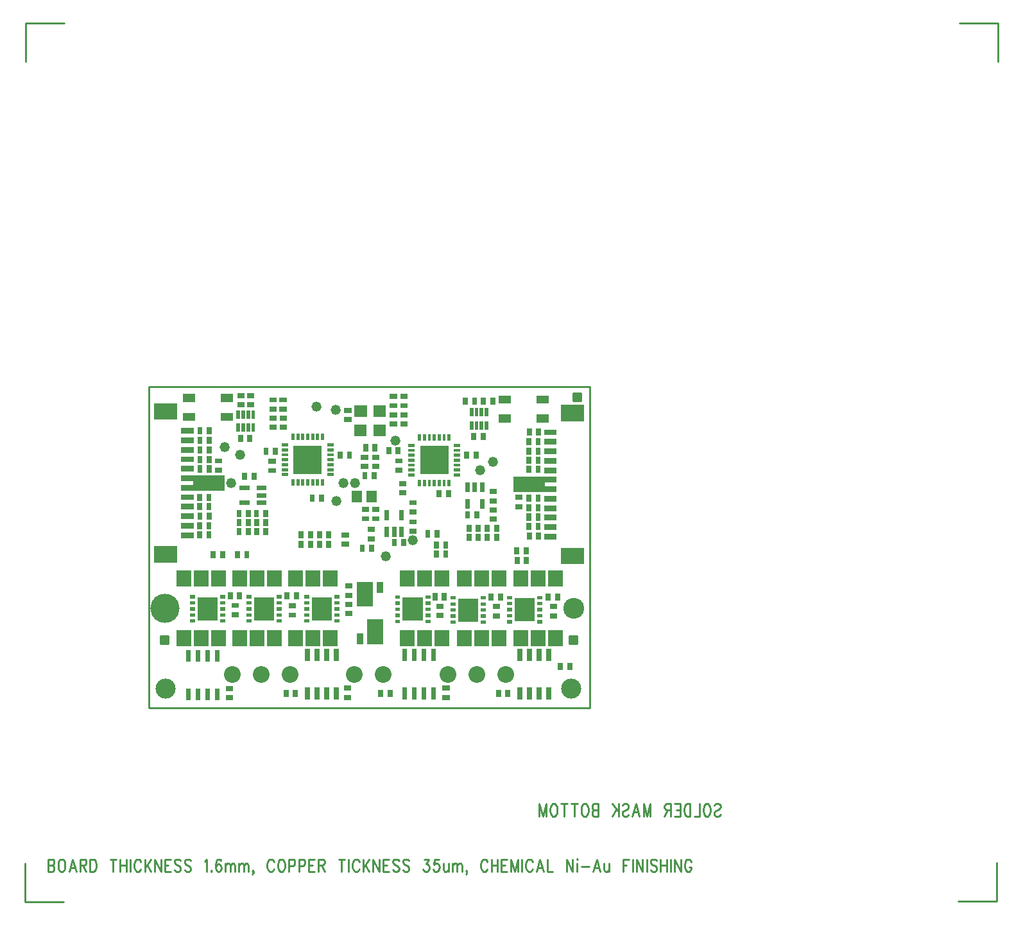
<source format=gbr>
*
*
G04 PADS Layout (Build Number 2007.21.1) generated Gerber (RS-274-X) file*
G04 PC Version=2.1*
*
%IN "2FOC-002.pcb"*%
*
%MOIN*%
*
%FSLAX35Y35*%
*
*
*
*
G04 PC Standard Apertures*
*
*
G04 Thermal Relief Aperture macro.*
%AMTER*
1,1,$1,0,0*
1,0,$1-$2,0,0*
21,0,$3,$4,0,0,45*
21,0,$3,$4,0,0,135*
%
*
*
G04 Annular Aperture macro.*
%AMANN*
1,1,$1,0,0*
1,0,$2,0,0*
%
*
*
G04 Odd Aperture macro.*
%AMODD*
1,1,$1,0,0*
1,0,$1-0.005,0,0*
%
*
*
G04 PC Custom Aperture Macros*
*
*
*
*
*
*
G04 PC Aperture Table*
*
%ADD010C,0.01*%
%ADD050R,0.026X0.026*%
%ADD060R,0.054X0.054*%
%ADD061R,0.077X0.077*%
%ADD062C,0.087*%
%ADD069R,0.078X0.078*%
%ADD070C,0.001*%
%ADD104R,0.02956X0.02956*%
%ADD105R,0.08468X0.08468*%
%ADD108R,0.01775X0.01775*%
%ADD109R,0.10436X0.10436*%
%ADD111R,0.08192X0.08192*%
%ADD112R,0.03192X0.03192*%
%ADD115R,0.02562X0.02562*%
%ADD116R,0.01578X0.01578*%
%ADD117R,0.14767X0.14767*%
%ADD118R,0.06106X0.06106*%
%ADD119R,0.019X0.019*%
%ADD120R,0.023X0.023*%
%ADD121C,0.052*%
%ADD127C,0.10436*%
%ADD128C,0.15161*%
%ADD129C,0.1083*%
%ADD130R,0.04137X0.04137*%
%ADD133C,0.042*%
*
*
*
*
G04 PC Circuitry*
G04 Layer Name 2FOC-002.pcb - circuitry*
%LPD*%
*
*
G04 PC Custom Flashes*
G04 Layer Name 2FOC-002.pcb - flashes*
%LPD*%
*
*
G04 PC Circuitry*
G04 Layer Name 2FOC-002.pcb - circuitry*
%LPD*%
*
G54D10*
G01X2105283Y1421924D02*
X2105737Y1422549D01*
X2106419Y1422862*
X2107328*
X2108010Y1422549*
X2108465Y1421924*
Y1421299*
X2108237Y1420674*
X2108010Y1420362*
X2107555Y1420049*
X2106192Y1419424*
X2105737Y1419112*
X2105510Y1418799*
X2105283Y1418174*
Y1417237*
X2105737Y1416612*
X2106419Y1416299*
X2107328*
X2108010Y1416612*
X2108465Y1417237*
X2101874Y1422862D02*
X2102328Y1422549D01*
X2102783Y1421924*
X2103010Y1421299*
X2103237Y1420362*
Y1418799*
X2103010Y1417862*
X2102783Y1417237*
X2102328Y1416612*
X2101874Y1416299*
X2100965*
X2100510Y1416612*
X2100055Y1417237*
X2099828Y1417862*
X2099601Y1418799*
Y1420362*
X2099828Y1421299*
X2100055Y1421924*
X2100510Y1422549*
X2100965Y1422862*
X2101874*
X2097555D02*
Y1416299D01*
X2094828*
X2092783Y1422862D02*
Y1416299D01*
Y1422862D02*
X2091192D01*
X2090510Y1422549*
X2090055Y1421924*
X2089828Y1421299*
X2089601Y1420362*
Y1418799*
X2089828Y1417862*
X2090055Y1417237*
X2090510Y1416612*
X2091192Y1416299*
X2092783*
X2087555Y1422862D02*
Y1416299D01*
Y1422862D02*
X2084601D01*
X2087555Y1419737D02*
X2085737D01*
X2087555Y1416299D02*
X2084601D01*
X2082555Y1422862D02*
Y1416299D01*
Y1422862D02*
X2080510D01*
X2079828Y1422549*
X2079601Y1422237*
X2079374Y1421612*
Y1420987*
X2079601Y1420362*
X2079828Y1420049*
X2080510Y1419737*
X2082555*
X2080965D02*
X2079374Y1416299D01*
X2072101Y1422862D02*
Y1416299D01*
Y1422862D02*
X2070283Y1416299D01*
X2068465Y1422862D02*
X2070283Y1416299D01*
X2068465Y1422862D02*
Y1416299D01*
X2064601Y1422862D02*
X2066419Y1416299D01*
X2064601Y1422862D02*
X2062783Y1416299D01*
X2065737Y1418487D02*
X2063465D01*
X2057555Y1421924D02*
X2058010Y1422549D01*
X2058692Y1422862*
X2059601*
X2060283Y1422549*
X2060737Y1421924*
Y1421299*
X2060510Y1420674*
X2060283Y1420362*
X2059828Y1420049*
X2058465Y1419424*
X2058010Y1419112*
X2057783Y1418799*
X2057555Y1418174*
Y1417237*
X2058010Y1416612*
X2058692Y1416299*
X2059601*
X2060283Y1416612*
X2060737Y1417237*
X2055510Y1422862D02*
Y1416299D01*
X2052328Y1422862D02*
X2055510Y1418487D01*
X2054374Y1420049D02*
X2052328Y1416299D01*
X2045055Y1422862D02*
Y1416299D01*
Y1422862D02*
X2043010D01*
X2042328Y1422549*
X2042101Y1422237*
X2041874Y1421612*
Y1420987*
X2042101Y1420362*
X2042328Y1420049*
X2043010Y1419737*
X2045055D02*
X2043010D01*
X2042328Y1419424*
X2042101Y1419112*
X2041874Y1418487*
Y1417549*
X2042101Y1416924*
X2042328Y1416612*
X2043010Y1416299*
X2045055*
X2038465Y1422862D02*
X2038919Y1422549D01*
X2039374Y1421924*
X2039601Y1421299*
X2039828Y1420362*
Y1418799*
X2039601Y1417862*
X2039374Y1417237*
X2038919Y1416612*
X2038465Y1416299*
X2037555*
X2037101Y1416612*
X2036646Y1417237*
X2036419Y1417862*
X2036192Y1418799*
Y1420362*
X2036419Y1421299*
X2036646Y1421924*
X2037101Y1422549*
X2037555Y1422862*
X2038465*
X2032555D02*
Y1416299D01*
X2034146Y1422862D02*
X2030965D01*
X2027328D02*
Y1416299D01*
X2028919Y1422862D02*
X2025737D01*
X2022328D02*
X2022783Y1422549D01*
X2023237Y1421924*
X2023465Y1421299*
X2023692Y1420362*
Y1418799*
X2023465Y1417862*
X2023237Y1417237*
X2022783Y1416612*
X2022328Y1416299*
X2021419*
X2020965Y1416612*
X2020510Y1417237*
X2020283Y1417862*
X2020055Y1418799*
Y1420362*
X2020283Y1421299*
X2020510Y1421924*
X2020965Y1422549*
X2021419Y1422862*
X2022328*
X2018010D02*
Y1416299D01*
Y1422862D02*
X2016192Y1416299D01*
X2014374Y1422862D02*
X2016192Y1416299D01*
X2014374Y1422862D02*
Y1416299D01*
X1759252Y1394122D02*
Y1387559D01*
Y1394122D02*
X1761297D01*
X1761979Y1393809*
X1762207Y1393497*
X1762434Y1392872*
Y1392247*
X1762207Y1391622*
X1761979Y1391309*
X1761297Y1390997*
X1759252D02*
X1761297D01*
X1761979Y1390684*
X1762207Y1390372*
X1762434Y1389747*
Y1388809*
X1762207Y1388184*
X1761979Y1387872*
X1761297Y1387559*
X1759252*
X1765843Y1394122D02*
X1765388Y1393809D01*
X1764934Y1393184*
X1764707Y1392559*
X1764479Y1391622*
Y1390059*
X1764707Y1389122*
X1764934Y1388497*
X1765388Y1387872*
X1765843Y1387559*
X1766752*
X1767207Y1387872*
X1767661Y1388497*
X1767888Y1389122*
X1768116Y1390059*
Y1391622*
X1767888Y1392559*
X1767661Y1393184*
X1767207Y1393809*
X1766752Y1394122*
X1765843*
X1771979D02*
X1770161Y1387559D01*
X1771979Y1394122D02*
X1773797Y1387559D01*
X1770843Y1389747D02*
X1773116D01*
X1775843Y1394122D02*
Y1387559D01*
Y1394122D02*
X1777888D01*
X1778570Y1393809*
X1778797Y1393497*
X1779025Y1392872*
Y1392247*
X1778797Y1391622*
X1778570Y1391309*
X1777888Y1390997*
X1775843*
X1777434D02*
X1779025Y1387559D01*
X1781070Y1394122D02*
Y1387559D01*
Y1394122D02*
X1782661D01*
X1783343Y1393809*
X1783797Y1393184*
X1784025Y1392559*
X1784252Y1391622*
Y1390059*
X1784025Y1389122*
X1783797Y1388497*
X1783343Y1387872*
X1782661Y1387559*
X1781070*
X1793116Y1394122D02*
Y1387559D01*
X1791525Y1394122D02*
X1794707D01*
X1796752D02*
Y1387559D01*
X1799934Y1394122D02*
Y1387559D01*
X1796752Y1390997D02*
X1799934D01*
X1801979Y1394122D02*
Y1387559D01*
X1807434Y1392559D02*
X1807207Y1393184D01*
X1806752Y1393809*
X1806297Y1394122*
X1805388*
X1804934Y1393809*
X1804479Y1393184*
X1804252Y1392559*
X1804025Y1391622*
Y1390059*
X1804252Y1389122*
X1804479Y1388497*
X1804934Y1387872*
X1805388Y1387559*
X1806297*
X1806752Y1387872*
X1807207Y1388497*
X1807434Y1389122*
X1809479Y1394122D02*
Y1387559D01*
X1812661Y1394122D02*
X1809479Y1389747D01*
X1810616Y1391309D02*
X1812661Y1387559D01*
X1814707Y1394122D02*
Y1387559D01*
Y1394122D02*
X1817888Y1387559D01*
Y1394122D02*
Y1387559D01*
X1819934Y1394122D02*
Y1387559D01*
Y1394122D02*
X1822888D01*
X1819934Y1390997D02*
X1821752D01*
X1819934Y1387559D02*
X1822888D01*
X1828116Y1393184D02*
X1827661Y1393809D01*
X1826979Y1394122*
X1826070*
X1825388Y1393809*
X1824934Y1393184*
Y1392559*
X1825161Y1391934*
X1825388Y1391622*
X1825843Y1391309*
X1827207Y1390684*
X1827661Y1390372*
X1827888Y1390059*
X1828116Y1389434*
Y1388497*
X1827661Y1387872*
X1826979Y1387559*
X1826070*
X1825388Y1387872*
X1824934Y1388497*
X1833343Y1393184D02*
X1832888Y1393809D01*
X1832207Y1394122*
X1831297*
X1830616Y1393809*
X1830161Y1393184*
Y1392559*
X1830388Y1391934*
X1830616Y1391622*
X1831070Y1391309*
X1832434Y1390684*
X1832888Y1390372*
X1833116Y1390059*
X1833343Y1389434*
Y1388497*
X1832888Y1387872*
X1832207Y1387559*
X1831297*
X1830616Y1387872*
X1830161Y1388497*
X1840616Y1392872D02*
X1841070Y1393184D01*
X1841752Y1394122*
Y1387559*
X1844025Y1388184D02*
X1843797Y1387872D01*
X1844025Y1387559*
X1844252Y1387872*
X1844025Y1388184*
X1849025Y1393184D02*
X1848797Y1393809D01*
X1848116Y1394122*
X1847661*
X1846979Y1393809*
X1846525Y1392872*
X1846297Y1391309*
Y1389747*
X1846525Y1388497*
X1846979Y1387872*
X1847661Y1387559*
X1847888*
X1848570Y1387872*
X1849025Y1388497*
X1849252Y1389434*
Y1389747*
X1849025Y1390684*
X1848570Y1391309*
X1847888Y1391622*
X1847661*
X1846979Y1391309*
X1846525Y1390684*
X1846297Y1389747*
X1851297Y1391934D02*
Y1387559D01*
Y1390684D02*
X1851979Y1391622D01*
X1852434Y1391934*
X1853116*
X1853570Y1391622*
X1853797Y1390684*
Y1387559*
Y1390684D02*
X1854479Y1391622D01*
X1854934Y1391934*
X1855616*
X1856070Y1391622*
X1856297Y1390684*
Y1387559*
X1858343Y1391934D02*
Y1387559D01*
Y1390684D02*
X1859025Y1391622D01*
X1859479Y1391934*
X1860161*
X1860616Y1391622*
X1860843Y1390684*
Y1387559*
Y1390684D02*
X1861525Y1391622D01*
X1861979Y1391934*
X1862661*
X1863116Y1391622*
X1863343Y1390684*
Y1387559*
X1865843Y1387872D02*
X1865616Y1387559D01*
X1865388Y1387872*
X1865616Y1388184*
X1865843Y1387872*
Y1387247*
X1865616Y1386622*
X1865388Y1386309*
X1876525Y1392559D02*
X1876297Y1393184D01*
X1875843Y1393809*
X1875388Y1394122*
X1874479*
X1874025Y1393809*
X1873570Y1393184*
X1873343Y1392559*
X1873116Y1391622*
Y1390059*
X1873343Y1389122*
X1873570Y1388497*
X1874025Y1387872*
X1874479Y1387559*
X1875388*
X1875843Y1387872*
X1876297Y1388497*
X1876525Y1389122*
X1879934Y1394122D02*
X1879479Y1393809D01*
X1879025Y1393184*
X1878797Y1392559*
X1878570Y1391622*
Y1390059*
X1878797Y1389122*
X1879025Y1388497*
X1879479Y1387872*
X1879934Y1387559*
X1880843*
X1881297Y1387872*
X1881752Y1388497*
X1881979Y1389122*
X1882207Y1390059*
Y1391622*
X1881979Y1392559*
X1881752Y1393184*
X1881297Y1393809*
X1880843Y1394122*
X1879934*
X1884252D02*
Y1387559D01*
Y1394122D02*
X1886297D01*
X1886979Y1393809*
X1887207Y1393497*
X1887434Y1392872*
Y1391934*
X1887207Y1391309*
X1886979Y1390997*
X1886297Y1390684*
X1884252*
X1889479Y1394122D02*
Y1387559D01*
Y1394122D02*
X1891525D01*
X1892207Y1393809*
X1892434Y1393497*
X1892661Y1392872*
Y1391934*
X1892434Y1391309*
X1892207Y1390997*
X1891525Y1390684*
X1889479*
X1894707Y1394122D02*
Y1387559D01*
Y1394122D02*
X1897661D01*
X1894707Y1390997D02*
X1896525D01*
X1894707Y1387559D02*
X1897661D01*
X1899707Y1394122D02*
Y1387559D01*
Y1394122D02*
X1901752D01*
X1902434Y1393809*
X1902661Y1393497*
X1902888Y1392872*
Y1392247*
X1902661Y1391622*
X1902434Y1391309*
X1901752Y1390997*
X1899707*
X1901297D02*
X1902888Y1387559D01*
X1911752Y1394122D02*
Y1387559D01*
X1910161Y1394122D02*
X1913343D01*
X1915388D02*
Y1387559D01*
X1920843Y1392559D02*
X1920616Y1393184D01*
X1920161Y1393809*
X1919707Y1394122*
X1918797*
X1918343Y1393809*
X1917888Y1393184*
X1917661Y1392559*
X1917434Y1391622*
Y1390059*
X1917661Y1389122*
X1917888Y1388497*
X1918343Y1387872*
X1918797Y1387559*
X1919707*
X1920161Y1387872*
X1920616Y1388497*
X1920843Y1389122*
X1922888Y1394122D02*
Y1387559D01*
X1926070Y1394122D02*
X1922888Y1389747D01*
X1924025Y1391309D02*
X1926070Y1387559D01*
X1928116Y1394122D02*
Y1387559D01*
Y1394122D02*
X1931297Y1387559D01*
Y1394122D02*
Y1387559D01*
X1933343Y1394122D02*
Y1387559D01*
Y1394122D02*
X1936297D01*
X1933343Y1390997D02*
X1935161D01*
X1933343Y1387559D02*
X1936297D01*
X1941525Y1393184D02*
X1941070Y1393809D01*
X1940388Y1394122*
X1939479*
X1938797Y1393809*
X1938343Y1393184*
Y1392559*
X1938570Y1391934*
X1938797Y1391622*
X1939252Y1391309*
X1940616Y1390684*
X1941070Y1390372*
X1941297Y1390059*
X1941525Y1389434*
Y1388497*
X1941070Y1387872*
X1940388Y1387559*
X1939479*
X1938797Y1387872*
X1938343Y1388497*
X1946752Y1393184D02*
X1946297Y1393809D01*
X1945616Y1394122*
X1944707*
X1944025Y1393809*
X1943570Y1393184*
Y1392559*
X1943797Y1391934*
X1944025Y1391622*
X1944479Y1391309*
X1945843Y1390684*
X1946297Y1390372*
X1946525Y1390059*
X1946752Y1389434*
Y1388497*
X1946297Y1387872*
X1945616Y1387559*
X1944707*
X1944025Y1387872*
X1943570Y1388497*
X1954479Y1394122D02*
X1956979D01*
X1955616Y1391622*
X1956297*
X1956752Y1391309*
X1956979Y1390997*
X1957207Y1390059*
Y1389434*
X1956979Y1388497*
X1956525Y1387872*
X1955843Y1387559*
X1955161*
X1954479Y1387872*
X1954252Y1388184*
X1954025Y1388809*
X1962207Y1394122D02*
X1959934D01*
X1959707Y1391309*
X1959934Y1391622*
X1960616Y1391934*
X1961297*
X1961979Y1391622*
X1962434Y1390997*
X1962661Y1390059*
X1962434Y1389434*
X1962207Y1388497*
X1961752Y1387872*
X1961070Y1387559*
X1960388*
X1959707Y1387872*
X1959479Y1388184*
X1959252Y1388809*
X1964707Y1391934D02*
Y1388809D01*
X1964934Y1387872*
X1965388Y1387559*
X1966070*
X1966525Y1387872*
X1967207Y1388809*
Y1391934D02*
Y1387559D01*
X1969252Y1391934D02*
Y1387559D01*
Y1390684D02*
X1969934Y1391622D01*
X1970388Y1391934*
X1971070*
X1971525Y1391622*
X1971752Y1390684*
Y1387559*
Y1390684D02*
X1972434Y1391622D01*
X1972888Y1391934*
X1973570*
X1974025Y1391622*
X1974252Y1390684*
Y1387559*
X1976752Y1387872D02*
X1976525Y1387559D01*
X1976297Y1387872*
X1976525Y1388184*
X1976752Y1387872*
Y1387247*
X1976525Y1386622*
X1976297Y1386309*
X1987434Y1392559D02*
X1987207Y1393184D01*
X1986752Y1393809*
X1986297Y1394122*
X1985388*
X1984934Y1393809*
X1984479Y1393184*
X1984252Y1392559*
X1984025Y1391622*
Y1390059*
X1984252Y1389122*
X1984479Y1388497*
X1984934Y1387872*
X1985388Y1387559*
X1986297*
X1986752Y1387872*
X1987207Y1388497*
X1987434Y1389122*
X1989479Y1394122D02*
Y1387559D01*
X1992661Y1394122D02*
Y1387559D01*
X1989479Y1390997D02*
X1992661D01*
X1994707Y1394122D02*
Y1387559D01*
Y1394122D02*
X1997661D01*
X1994707Y1390997D02*
X1996525D01*
X1994707Y1387559D02*
X1997661D01*
X1999707Y1394122D02*
Y1387559D01*
Y1394122D02*
X2001525Y1387559D01*
X2003343Y1394122D02*
X2001525Y1387559D01*
X2003343Y1394122D02*
Y1387559D01*
X2005388Y1394122D02*
Y1387559D01*
X2010843Y1392559D02*
X2010616Y1393184D01*
X2010161Y1393809*
X2009707Y1394122*
X2008797*
X2008343Y1393809*
X2007888Y1393184*
X2007661Y1392559*
X2007434Y1391622*
Y1390059*
X2007661Y1389122*
X2007888Y1388497*
X2008343Y1387872*
X2008797Y1387559*
X2009707*
X2010161Y1387872*
X2010616Y1388497*
X2010843Y1389122*
X2014707Y1394122D02*
X2012888Y1387559D01*
X2014707Y1394122D02*
X2016525Y1387559D01*
X2013570Y1389747D02*
X2015843D01*
X2018570Y1394122D02*
Y1387559D01*
X2021297*
X2028570Y1394122D02*
Y1387559D01*
Y1394122D02*
X2031752Y1387559D01*
Y1394122D02*
Y1387559D01*
X2033797Y1394122D02*
X2034025Y1393809D01*
X2034252Y1394122*
X2034025Y1394434*
X2033797Y1394122*
X2034025Y1391934D02*
Y1387559D01*
X2036297Y1390372D02*
X2040388D01*
X2044252Y1394122D02*
X2042434Y1387559D01*
X2044252Y1394122D02*
X2046070Y1387559D01*
X2043116Y1389747D02*
X2045388D01*
X2048116Y1391934D02*
Y1388809D01*
X2048343Y1387872*
X2048797Y1387559*
X2049479*
X2049934Y1387872*
X2050616Y1388809*
Y1391934D02*
Y1387559D01*
X2057888Y1394122D02*
Y1387559D01*
Y1394122D02*
X2060843D01*
X2057888Y1390997D02*
X2059707D01*
X2062888Y1394122D02*
Y1387559D01*
X2064934Y1394122D02*
Y1387559D01*
Y1394122D02*
X2068116Y1387559D01*
Y1394122D02*
Y1387559D01*
X2070161Y1394122D02*
Y1387559D01*
X2075388Y1393184D02*
X2074934Y1393809D01*
X2074252Y1394122*
X2073343*
X2072661Y1393809*
X2072207Y1393184*
Y1392559*
X2072434Y1391934*
X2072661Y1391622*
X2073116Y1391309*
X2074479Y1390684*
X2074934Y1390372*
X2075161Y1390059*
X2075388Y1389434*
Y1388497*
X2074934Y1387872*
X2074252Y1387559*
X2073343*
X2072661Y1387872*
X2072207Y1388497*
X2077434Y1394122D02*
Y1387559D01*
X2080616Y1394122D02*
Y1387559D01*
X2077434Y1390997D02*
X2080616D01*
X2082661Y1394122D02*
Y1387559D01*
X2084707Y1394122D02*
Y1387559D01*
Y1394122D02*
X2087888Y1387559D01*
Y1394122D02*
Y1387559D01*
X2093343Y1392559D02*
X2093116Y1393184D01*
X2092661Y1393809*
X2092207Y1394122*
X2091297*
X2090843Y1393809*
X2090388Y1393184*
X2090161Y1392559*
X2089934Y1391622*
Y1390059*
X2090161Y1389122*
X2090388Y1388497*
X2090843Y1387872*
X2091297Y1387559*
X2092207*
X2092661Y1387872*
X2093116Y1388497*
X2093343Y1389122*
Y1390059*
X2092207D02*
X2093343D01*
X2032079Y1636032D02*
X2036079Y1636008D01*
Y1632035*
X2032079*
Y1636032*
X2030110Y1510048D02*
X2034110Y1510024D01*
Y1506051*
X2030110*
Y1510048*
X1817512D02*
X1821512Y1510024D01*
Y1506051*
X1817512*
Y1510048*
X2032263Y1632035D02*
X2036079Y1635851D01*
X2033536Y1632035D02*
X2036079Y1634578D01*
X2034809Y1632035D02*
X2036079Y1633306D01*
X2032079Y1633124D02*
X2034970Y1636015D01*
X2032079Y1634397D02*
X2033705Y1636023D01*
X2032079Y1635670D02*
X2032439Y1636030D01*
X2030294Y1506051D02*
X2034110Y1509867D01*
X2031567Y1506051D02*
X2034110Y1508594D01*
X2032840Y1506051D02*
X2034110Y1507321D01*
X2030110Y1507140D02*
X2033001Y1510031D01*
X2030110Y1508413D02*
X2031736Y1510038D01*
X2030110Y1509685D02*
X2030471Y1510046D01*
X1817696Y1506051D02*
X1821512Y1509867D01*
X1818969Y1506051D02*
X1821512Y1508594D01*
X1820242Y1506051D02*
X1821512Y1507321D01*
X1817512Y1507140D02*
X1820403Y1510031D01*
X1817512Y1508413D02*
X1819138Y1510038D01*
X1817512Y1509685D02*
X1817873Y1510046D01*
X1811638Y1472618D02*
X2040748D01*
Y1639331*
X1811638*
Y1472618*
X1767520Y1828110D02*
X1747520D01*
Y1808110*
X1747441Y1391890D02*
Y1371890D01*
X1767441*
X2232087Y1372205D02*
X2252087D01*
Y1392205*
X2252559Y1808031D02*
Y1828031D01*
X2232559*
G54D50*
X1865117Y1629844D02*
X1864017D01*
X1865117Y1634644D02*
X1864017D01*
X1859999Y1629844D02*
X1858899D01*
X1859999Y1634644D02*
X1858899D01*
X1985395Y1631300D02*
Y1632400D01*
X1990195Y1631300D02*
Y1632400D01*
X1980770Y1632420D02*
Y1631320D01*
X1975970Y1632420D02*
Y1631320D01*
X1928978Y1602754D02*
X1930078D01*
X1928978Y1597954D02*
X1930078D01*
X1923072Y1602754D02*
X1924172D01*
X1923072Y1597954D02*
X1924172D01*
X1842754Y1582400D02*
Y1581300D01*
X1837954Y1582400D02*
Y1581300D01*
X1838151Y1615946D02*
Y1617046D01*
X1842951Y1615946D02*
Y1617046D01*
X2014014Y1562322D02*
Y1561222D01*
X2009214Y1562322D02*
Y1561222D01*
X1837954Y1561812D02*
Y1562912D01*
X1842754Y1561812D02*
Y1562912D01*
X2014014Y1616259D02*
Y1615159D01*
X2009214Y1616259D02*
Y1615159D01*
X1848385Y1595986D02*
X1847285D01*
X1848385Y1600786D02*
X1847285D01*
X2003190Y1581888D02*
X2004290D01*
X2003190Y1577088D02*
X2004290D01*
X1842754Y1577676D02*
Y1576576D01*
X1837954Y1577676D02*
Y1576576D01*
X1842951Y1572755D02*
Y1571655D01*
X1838151Y1572755D02*
Y1571655D01*
X1858450Y1563604D02*
Y1564704D01*
X1863250Y1563604D02*
Y1564704D01*
X1872282Y1574133D02*
Y1573033D01*
X1867482Y1574133D02*
Y1573033D01*
X1858427Y1568308D02*
Y1569408D01*
X1863227Y1568308D02*
Y1569408D01*
X1872306Y1564704D02*
Y1563604D01*
X1867506Y1564704D02*
Y1563604D01*
X1863250Y1574152D02*
Y1573052D01*
X1858450Y1574152D02*
Y1573052D01*
X1882046Y1618230D02*
X1880946D01*
X1882046Y1623030D02*
X1880946D01*
X1881849Y1627679D02*
X1880749D01*
X1881849Y1632479D02*
X1880749D01*
X1876731Y1618230D02*
X1875631D01*
X1876731Y1623030D02*
X1875631D01*
X1876731Y1627679D02*
X1875631D01*
X1876731Y1632479D02*
X1875631D01*
X1939156Y1619824D02*
X1938056D01*
X1939156Y1624624D02*
X1938056D01*
X1939156Y1629470D02*
X1938056D01*
X1939156Y1634270D02*
X1938056D01*
X1944668Y1619824D02*
X1943568D01*
X1944668Y1624624D02*
X1943568D01*
X1944668Y1629470D02*
X1943568D01*
X1944668Y1634270D02*
X1943568D01*
X1992187Y1566278D02*
Y1565178D01*
X1987387Y1566278D02*
Y1565178D01*
X1982739Y1561554D02*
Y1560454D01*
X1977939Y1561554D02*
Y1560454D01*
X1948096Y1569113D02*
X1949196D01*
X1948096Y1564313D02*
X1949196D01*
X1948096Y1579152D02*
X1949196D01*
X1948096Y1574352D02*
X1949196D01*
X1927739Y1560376D02*
X1926639D01*
X1927739Y1565176D02*
X1926639D01*
X1924786Y1570809D02*
X1923686D01*
X1924786Y1575609D02*
X1923686D01*
X1922427Y1554942D02*
Y1556042D01*
X1927227Y1554942D02*
Y1556042D01*
X1913056Y1562420D02*
X1914156D01*
X1913056Y1557620D02*
X1914156D01*
X1842951Y1597164D02*
Y1596064D01*
X1838151Y1597164D02*
Y1596064D01*
X1842951Y1602085D02*
Y1600985D01*
X1838151Y1602085D02*
Y1600985D01*
X1842951Y1607007D02*
Y1605907D01*
X1838151Y1607007D02*
Y1605907D01*
X1842951Y1611928D02*
Y1610828D01*
X1838151Y1611928D02*
Y1610828D01*
X2009017Y1610237D02*
Y1611337D01*
X2013817Y1610237D02*
Y1611337D01*
X2009017Y1595867D02*
Y1596967D01*
X2013817Y1595867D02*
Y1596967D01*
X2009017Y1600592D02*
Y1601692D01*
X2013817Y1600592D02*
Y1601692D01*
X2009017Y1580907D02*
Y1582007D01*
X2013817Y1580907D02*
Y1582007D01*
X2009017Y1575985D02*
Y1577085D01*
X2013817Y1575985D02*
Y1577085D01*
X2009017Y1571064D02*
Y1572164D01*
X2013817Y1571064D02*
Y1572164D01*
X2009017Y1566143D02*
Y1567243D01*
X2013817Y1566143D02*
Y1567243D01*
X2009017Y1605316D02*
Y1606416D01*
X2013817Y1605316D02*
Y1606416D01*
X1842754Y1567637D02*
Y1566537D01*
X1837954Y1567637D02*
Y1566537D01*
X1872427Y1605336D02*
Y1606436D01*
X1877227Y1605336D02*
Y1606436D01*
X1936183Y1605513D02*
Y1606613D01*
X1940983Y1605513D02*
Y1606613D01*
X1858711Y1531345D02*
Y1530245D01*
X1853911Y1531345D02*
Y1530245D01*
X1994156Y1530648D02*
Y1529548D01*
X1989356Y1530648D02*
Y1529548D01*
X2023880Y1530648D02*
Y1529548D01*
X2019080Y1530648D02*
Y1529548D01*
X1977939Y1565178D02*
Y1566278D01*
X1982739Y1565178D02*
Y1566278D01*
X1888211Y1531345D02*
Y1530245D01*
X1883411Y1531345D02*
Y1530245D01*
X1882836Y1479529D02*
Y1480629D01*
X1887636Y1479529D02*
Y1480629D01*
X1928978Y1575589D02*
X1930078D01*
X1928978Y1570789D02*
X1930078D01*
X1932049Y1479529D02*
Y1480629D01*
X1936849Y1479529D02*
Y1480629D01*
X2025356Y1493702D02*
Y1494802D01*
X2030156Y1493702D02*
Y1494802D01*
X1966495Y1478072D02*
X1965395D01*
X1966495Y1482872D02*
X1965395D01*
X1853896Y1477876D02*
X1852796D01*
X1853896Y1482676D02*
X1852796D01*
X1915314Y1478072D02*
X1914214D01*
X1915314Y1482872D02*
X1914214D01*
X1915025Y1535845D02*
X1916125D01*
X1915025Y1531045D02*
X1916125D01*
X1915511Y1622167D02*
X1914411D01*
X1915511Y1626967D02*
X1914411D01*
X1864085Y1613026D02*
Y1611926D01*
X1859285Y1613026D02*
Y1611926D01*
X1985211Y1614101D02*
Y1613001D01*
X1980411Y1614101D02*
Y1613001D01*
X1915786Y1604448D02*
Y1603348D01*
X1910986Y1604448D02*
Y1603348D01*
X1876164Y1595809D02*
X1875064D01*
X1876164Y1600609D02*
X1875064D01*
X1928975Y1608188D02*
Y1607088D01*
X1924175Y1608188D02*
Y1607088D01*
X1928605Y1593641D02*
Y1592541D01*
X1923805Y1593641D02*
Y1592541D01*
X1901219Y1582007D02*
Y1580907D01*
X1896419Y1582007D02*
Y1580907D01*
X1967187Y1584192D02*
Y1583092D01*
X1962387Y1584192D02*
Y1583092D01*
X1981534Y1604251D02*
Y1603151D01*
X1976734Y1604251D02*
Y1603151D01*
X1942109Y1596006D02*
X1941009D01*
X1942109Y1600806D02*
X1941009D01*
X1943935Y1558975D02*
Y1557875D01*
X1939135Y1558975D02*
Y1557875D01*
X1993269Y1479529D02*
Y1480629D01*
X1998069Y1479529D02*
Y1480629D01*
X1981951Y1573365D02*
Y1572265D01*
X1977151Y1573365D02*
Y1572265D01*
X1866203Y1593247D02*
Y1592147D01*
X1861403Y1593247D02*
Y1592147D01*
X1872306Y1569428D02*
Y1568328D01*
X1867506Y1569428D02*
Y1568328D01*
X1965022Y1530845D02*
Y1529745D01*
X1960222Y1530845D02*
Y1529745D01*
X1855970Y1525806D02*
X1857070D01*
X1855970Y1521006D02*
X1857070D01*
X1885474Y1525589D02*
X1886574D01*
X1885474Y1520789D02*
X1886574D01*
X1915001Y1526376D02*
X1916101D01*
X1915001Y1521576D02*
X1916101D01*
X1962269Y1525412D02*
X1963369D01*
X1962269Y1520612D02*
X1963369D01*
X1991600Y1525215D02*
X1992700D01*
X1991600Y1520415D02*
X1992700D01*
X2021324Y1525215D02*
X2022424D01*
X2021324Y1520415D02*
X2022424D01*
X1849865Y1552696D02*
Y1551596D01*
X1845065Y1552696D02*
Y1551596D01*
X1895534Y1558011D02*
Y1556911D01*
X1890734Y1558011D02*
Y1556911D01*
X1857663Y1551596D02*
Y1552696D01*
X1862463Y1551596D02*
Y1552696D01*
X1895534Y1563129D02*
Y1562029D01*
X1890734Y1563129D02*
Y1562029D01*
X1900183D02*
Y1563129D01*
X1904983Y1562029D02*
Y1563129D01*
X1961282Y1563522D02*
Y1562422D01*
X1956482Y1563522D02*
Y1562422D01*
X1944078Y1584194D02*
X1942978D01*
X1944078Y1588994D02*
X1942978D01*
X1900183Y1556911D02*
Y1558011D01*
X1904983Y1556911D02*
Y1558011D01*
X2007739Y1549546D02*
Y1548446D01*
X2002939Y1549546D02*
Y1548446D01*
X1961009Y1556517D02*
Y1557617D01*
X1965809Y1556517D02*
Y1557617D01*
X2007542Y1554664D02*
Y1553564D01*
X2002742Y1554664D02*
Y1553564D01*
X1961009Y1551793D02*
Y1552893D01*
X1965809Y1551793D02*
Y1552893D01*
X1992187Y1561554D02*
Y1560454D01*
X1987387Y1561554D02*
Y1560454D01*
X1990928Y1570612D02*
X1989828D01*
X1990928Y1575412D02*
X1989828D01*
X1990928Y1580061D02*
X1989828D01*
X1990928Y1584861D02*
X1989828D01*
G54D60*
X1919649Y1581864D02*
Y1582664D01*
X1927249Y1581864D02*
Y1582664D01*
G54D61*
X1829811Y1508345D02*
Y1509245D01*
X1838811Y1508345D02*
Y1509245D01*
X1847811Y1508345D02*
Y1509245D01*
X1858811Y1508345D02*
Y1509245D01*
X1867811Y1508345D02*
Y1509245D01*
X1876811Y1508345D02*
Y1509245D01*
X1887811Y1508345D02*
Y1509245D01*
X1896811Y1508345D02*
Y1509245D01*
X1905811Y1508345D02*
Y1509245D01*
X1847811Y1540245D02*
Y1539345D01*
X1838811Y1540245D02*
Y1539345D01*
X1829811Y1540245D02*
Y1539345D01*
X1876811Y1540245D02*
Y1539345D01*
X1867811Y1540245D02*
Y1539345D01*
X1858811Y1540245D02*
Y1539345D01*
X1905811Y1540245D02*
Y1539345D01*
X1896811Y1540245D02*
Y1539345D01*
X1887811Y1540245D02*
Y1539345D01*
X1945811Y1508345D02*
Y1509245D01*
X1954811Y1508345D02*
Y1509245D01*
X1963811Y1508345D02*
Y1509245D01*
X1975311Y1508345D02*
Y1509245D01*
X1984311Y1508345D02*
Y1509245D01*
X1993311Y1508345D02*
Y1509245D01*
X2004811Y1508345D02*
Y1509245D01*
X2013811Y1508345D02*
Y1509245D01*
X2022811Y1508345D02*
Y1509245D01*
X1963811Y1540245D02*
Y1539345D01*
X1954811Y1540245D02*
Y1539345D01*
X1945811Y1540245D02*
Y1539345D01*
X1993311Y1540245D02*
Y1539345D01*
X1984311Y1540245D02*
Y1539345D01*
X1975311Y1540245D02*
Y1539345D01*
X2022811Y1540245D02*
Y1539345D01*
X2013811Y1540245D02*
Y1539345D01*
X2004811Y1540245D02*
Y1539345D01*
G54D62*
X1918311Y1489795D03*
X1933311D03*
X1854811D03*
X1869811D03*
X1884811D03*
X1966811D03*
X1981811D03*
X1996811D03*
G54D69*
X1838540Y1589350D02*
X1846940D01*
X2013279Y1588563D02*
X2004879D01*
G54D70*
G54D104*
X1829921Y1562264D02*
X1833465D01*
X1829921Y1567185D02*
X1833465D01*
X1829921Y1572106D02*
X1833465D01*
X1829921Y1577028D02*
X1833465D01*
X1829921Y1581949D02*
X1833465D01*
X1829921Y1586870D02*
X1833465D01*
X1829921Y1591791D02*
X1833465D01*
X1829921Y1596713D02*
X1833465D01*
X1829921Y1601634D02*
X1833465D01*
X1829921Y1606555D02*
X1833465D01*
X1829921Y1611476D02*
X1833465D01*
X1829921Y1616398D02*
X1833465D01*
X2021850Y1615610D02*
X2018307D01*
X2021850Y1610689D02*
X2018307D01*
X2021850Y1605768D02*
X2018307D01*
X2021850Y1600846D02*
X2018307D01*
X2021850Y1595925D02*
X2018307D01*
X2021850Y1591004D02*
X2018307D01*
X2021850Y1586083D02*
X2018307D01*
X2021850Y1581161D02*
X2018307D01*
X2021850Y1576240D02*
X2018307D01*
X2021850Y1571319D02*
X2018307D01*
X2021850Y1566398D02*
X2018307D01*
X2021850Y1561476D02*
X2018307D01*
G54D105*
X1818504Y1626437D02*
X1822047D01*
X1818504Y1552224D02*
X1822047D01*
X2033268Y1551437D02*
X2029724D01*
X2033268Y1625650D02*
X2029724D01*
G54D108*
X1850417Y1530295D02*
X1849630D01*
X1850417Y1527146D02*
X1849630D01*
X1850417Y1523996D02*
X1849630D01*
X1850417Y1520846D02*
X1849630D01*
X1850417Y1517697D02*
X1849630D01*
X1834669D02*
X1833882D01*
X1834669Y1520846D02*
X1833882D01*
X1834669Y1523996D02*
X1833882D01*
X1834669Y1527146D02*
X1833882D01*
X1834669Y1530295D02*
X1833882D01*
X1879705D02*
X1878917D01*
X1879705Y1527146D02*
X1878917D01*
X1879705Y1523996D02*
X1878917D01*
X1879705Y1520846D02*
X1878917D01*
X1879705Y1517697D02*
X1878917D01*
X1863957D02*
X1863169D01*
X1863957Y1520846D02*
X1863169D01*
X1863957Y1523996D02*
X1863169D01*
X1863957Y1527146D02*
X1863169D01*
X1863957Y1530295D02*
X1863169D01*
X1909705D02*
X1908917D01*
X1909705Y1527146D02*
X1908917D01*
X1909705Y1523996D02*
X1908917D01*
X1909705Y1520846D02*
X1908917D01*
X1909705Y1517697D02*
X1908917D01*
X1893957D02*
X1893169D01*
X1893957Y1520846D02*
X1893169D01*
X1893957Y1523996D02*
X1893169D01*
X1893957Y1527146D02*
X1893169D01*
X1893957Y1530295D02*
X1893169D01*
X1956913Y1530098D02*
X1956126D01*
X1956913Y1526949D02*
X1956126D01*
X1956913Y1523799D02*
X1956126D01*
X1956913Y1520650D02*
X1956126D01*
X1956913Y1517500D02*
X1956126D01*
X1941165D02*
X1940378D01*
X1941165Y1520650D02*
X1940378D01*
X1941165Y1523799D02*
X1940378D01*
X1941165Y1526949D02*
X1940378D01*
X1941165Y1530098D02*
X1940378D01*
X1985654Y1529705D02*
X1984866D01*
X1985654Y1526555D02*
X1984866D01*
X1985654Y1523406D02*
X1984866D01*
X1985654Y1520256D02*
X1984866D01*
X1985654Y1517106D02*
X1984866D01*
X1969906D02*
X1969118D01*
X1969906Y1520256D02*
X1969118D01*
X1969906Y1523406D02*
X1969118D01*
X1969906Y1526555D02*
X1969118D01*
X1969906Y1529705D02*
X1969118D01*
X2014984Y1529902D02*
X2014197D01*
X2014984Y1526752D02*
X2014197D01*
X2014984Y1523602D02*
X2014197D01*
X2014984Y1520453D02*
X2014197D01*
X2014984Y1517303D02*
X2014197D01*
X1999236D02*
X1998449D01*
X1999236Y1520453D02*
X1998449D01*
X1999236Y1523602D02*
X1998449D01*
X1999236Y1526752D02*
X1998449D01*
X1999236Y1529902D02*
X1998449D01*
G54D109*
X1842150Y1524783D02*
Y1523209D01*
X1871437Y1524783D02*
Y1523209D01*
X1901437Y1524783D02*
Y1523209D01*
X1948646Y1524587D02*
Y1523012D01*
X1977386Y1524193D02*
Y1522618D01*
X2006717Y1524390D02*
Y1522815D01*
G54D111*
X1929047Y1509846D02*
Y1514374D01*
X1923843Y1529244D02*
Y1533772D01*
G54D112*
X1921350Y1507327D02*
Y1509846D01*
X1931543Y1533768D02*
Y1536287D01*
G54D115*
X1893878Y1501890D02*
Y1498346D01*
X1898878Y1501890D02*
Y1498346D01*
X1903878Y1501890D02*
Y1498346D01*
X1908878Y1501890D02*
Y1498346D01*
Y1481890D02*
Y1478346D01*
X1903878Y1481890D02*
Y1478346D01*
X1898878Y1481890D02*
Y1478346D01*
X1893878Y1481890D02*
Y1478346D01*
X2004311Y1501890D02*
Y1498346D01*
X2009311Y1501890D02*
Y1498346D01*
X2014311Y1501890D02*
Y1498346D01*
X2019311Y1501890D02*
Y1498346D01*
Y1481890D02*
Y1478346D01*
X2014311Y1481890D02*
Y1478346D01*
X2009311Y1481890D02*
Y1478346D01*
X2004311Y1481890D02*
Y1478346D01*
X1832067Y1501299D02*
Y1497756D01*
X1837067Y1501299D02*
Y1497756D01*
X1842067Y1501299D02*
Y1497756D01*
X1847067Y1501299D02*
Y1497756D01*
Y1481299D02*
Y1477756D01*
X1842067Y1481299D02*
Y1477756D01*
X1837067Y1481299D02*
Y1477756D01*
X1832067Y1481299D02*
Y1477756D01*
X1944469Y1501890D02*
Y1498346D01*
X1949469Y1501890D02*
Y1498346D01*
X1954469Y1501890D02*
Y1498346D01*
X1959469Y1501890D02*
Y1498346D01*
Y1481890D02*
Y1478346D01*
X1954469Y1481890D02*
Y1478346D01*
X1949469Y1481890D02*
Y1478346D01*
X1944469Y1481890D02*
Y1478346D01*
G54D116*
X1886441Y1614055D02*
Y1612283D01*
X1889000Y1614055D02*
Y1612283D01*
X1891559Y1614055D02*
Y1612283D01*
X1894118Y1614055D02*
Y1612283D01*
X1896677Y1614055D02*
Y1612283D01*
X1899236Y1614055D02*
Y1612283D01*
X1901795Y1614055D02*
Y1612283D01*
X1906815Y1609035D02*
X1905043D01*
X1906815Y1606476D02*
X1905043D01*
X1906815Y1603917D02*
X1905043D01*
X1906815Y1601358D02*
X1905043D01*
X1906815Y1598799D02*
X1905043D01*
X1906815Y1596240D02*
X1905043D01*
X1906815Y1593681D02*
X1905043D01*
X1901795Y1590433D02*
Y1588661D01*
X1899236Y1590433D02*
Y1588661D01*
X1896677Y1590433D02*
Y1588661D01*
X1894118Y1590433D02*
Y1588661D01*
X1891559Y1590433D02*
Y1588661D01*
X1889000Y1590433D02*
Y1588661D01*
X1886441Y1590433D02*
Y1588661D01*
X1883193Y1593681D02*
X1881421D01*
X1883193Y1596240D02*
X1881421D01*
X1883193Y1598799D02*
X1881421D01*
X1883193Y1601358D02*
X1881421D01*
X1883193Y1603917D02*
X1881421D01*
X1883193Y1606476D02*
X1881421D01*
X1883193Y1609035D02*
X1881421D01*
X1952189Y1613858D02*
Y1612087D01*
X1954748Y1613858D02*
Y1612087D01*
X1957307Y1613858D02*
Y1612087D01*
X1959866Y1613858D02*
Y1612087D01*
X1962425Y1613858D02*
Y1612087D01*
X1964984Y1613858D02*
Y1612087D01*
X1967543Y1613858D02*
Y1612087D01*
X1972563Y1608839D02*
X1970791D01*
X1972563Y1606280D02*
X1970791D01*
X1972563Y1603720D02*
X1970791D01*
X1972563Y1601161D02*
X1970791D01*
X1972563Y1598602D02*
X1970791D01*
X1972563Y1596043D02*
X1970791D01*
X1972563Y1593484D02*
X1970791D01*
X1967543Y1590236D02*
Y1588465D01*
X1964984Y1590236D02*
Y1588465D01*
X1962425Y1590236D02*
Y1588465D01*
X1959866Y1590236D02*
Y1588465D01*
X1957307Y1590236D02*
Y1588465D01*
X1954748Y1590236D02*
Y1588465D01*
X1952189Y1590236D02*
Y1588465D01*
X1948941Y1593484D02*
X1947169D01*
X1948941Y1596043D02*
X1947169D01*
X1948941Y1598602D02*
X1947169D01*
X1948941Y1601161D02*
X1947169D01*
X1948941Y1603720D02*
X1947169D01*
X1948941Y1606280D02*
X1947169D01*
X1948941Y1608839D02*
X1947169D01*
G54D117*
X1894118Y1601358D03*
X1959866Y1601161D03*
G54D118*
X1931693Y1626535D02*
X1931299D01*
X1931693Y1616535D02*
X1931299D01*
X1921693D02*
X1921299D01*
X1921850Y1626535D02*
X1921457D01*
G54D119*
X1865744Y1616795D02*
Y1619229D01*
X1863185Y1616795D02*
Y1619229D01*
X1860626Y1616795D02*
Y1619229D01*
X1858067Y1616795D02*
Y1619229D01*
Y1623724D02*
Y1626158D01*
X1860626Y1623724D02*
Y1626158D01*
X1863185Y1623724D02*
Y1626158D01*
X1865744Y1623724D02*
Y1626158D01*
X1986870Y1617870D02*
Y1620304D01*
X1984311Y1617870D02*
Y1620304D01*
X1981752Y1617870D02*
Y1620304D01*
X1979193Y1617870D02*
Y1620304D01*
Y1624799D02*
Y1627233D01*
X1981752Y1624799D02*
Y1627233D01*
X1984311Y1624799D02*
Y1627233D01*
X1986870Y1624799D02*
Y1627233D01*
G54D120*
X1942776Y1562518D02*
Y1565418D01*
X1938976Y1562518D02*
Y1565418D01*
X1935176Y1562518D02*
Y1565418D01*
Y1571218D02*
Y1574118D01*
X1942776Y1571218D02*
Y1574118D01*
X1871522Y1586654D02*
X1868622D01*
X1871522Y1582854D02*
X1868622D01*
X1871522Y1579054D02*
X1868622D01*
X1862822D02*
X1859922D01*
X1862822Y1586654D02*
X1859922D01*
X1977129Y1588604D02*
Y1585704D01*
X1980929Y1588604D02*
Y1585704D01*
X1984729Y1588604D02*
Y1585704D01*
Y1579904D02*
Y1577004D01*
X1977129Y1579904D02*
Y1577004D01*
G54D121*
X1939764Y1611378D03*
X1983685Y1596043D03*
X1990181Y1600374D03*
X1858858Y1603898D03*
X1850811Y1607854D03*
X1912622Y1589154D03*
X1908465Y1627126D03*
X1854354Y1589350D03*
X1918528D03*
X1934669Y1551161D03*
X1909079Y1580098D03*
X1948646Y1559626D03*
X1898646Y1628917D03*
G54D127*
X1820299Y1482461D03*
X2030929D03*
G54D128*
X1819843Y1524295D03*
G54D129*
X2032441D03*
G54D130*
X1851181Y1623583D02*
X1853150D01*
X1851181Y1633425D02*
X1853150D01*
X1831496D02*
X1833465D01*
X1831496Y1623583D02*
X1833465D01*
X1997465Y1632657D02*
X1995496D01*
X1997465Y1622815D02*
X1995496D01*
X2017150D02*
X2015181D01*
X2017150Y1632657D02*
X2015181D01*
G54D133*
X2034079Y1634035D03*
X2032110Y1508051D03*
X1819512D03*
X0Y0D02*
M02*

</source>
